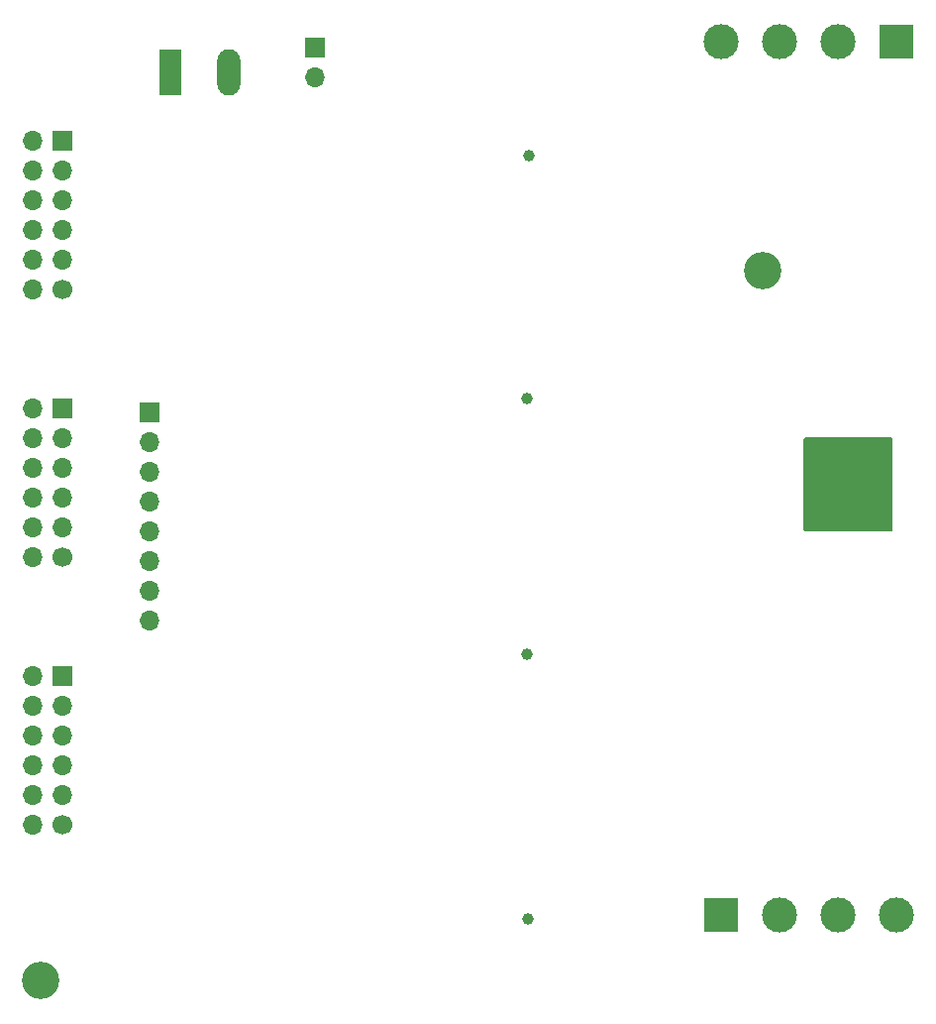
<source format=gbr>
%TF.GenerationSoftware,KiCad,Pcbnew,9.0.2*%
%TF.CreationDate,2025-07-22T21:11:50+02:00*%
%TF.ProjectId,rgbw_pmod,72676277-5f70-46d6-9f64-2e6b69636164,rev?*%
%TF.SameCoordinates,Original*%
%TF.FileFunction,Soldermask,Bot*%
%TF.FilePolarity,Negative*%
%FSLAX46Y46*%
G04 Gerber Fmt 4.6, Leading zero omitted, Abs format (unit mm)*
G04 Created by KiCad (PCBNEW 9.0.2) date 2025-07-22 21:11:50*
%MOMM*%
%LPD*%
G01*
G04 APERTURE LIST*
%ADD10C,3.200000*%
%ADD11R,3.000000X3.000000*%
%ADD12C,3.000000*%
%ADD13R,1.700000X1.700000*%
%ADD14O,1.700000X1.700000*%
%ADD15C,1.700000*%
%ADD16R,1.980000X3.960000*%
%ADD17O,1.980000X3.960000*%
%ADD18C,1.000000*%
G04 APERTURE END LIST*
D10*
%TO.C,H1*%
X68200000Y-121100000D03*
%TD*%
D11*
%TO.C,J8*%
X141300000Y-40900000D03*
D12*
X136300000Y-40900000D03*
X131300000Y-40900000D03*
X126300000Y-40900000D03*
%TD*%
D13*
%TO.C,J3*%
X70000000Y-72220000D03*
D14*
X70000000Y-74760000D03*
X70000000Y-77300000D03*
X70000000Y-79840000D03*
X70000000Y-82380000D03*
D15*
X70000000Y-84920000D03*
D14*
X67460000Y-72220000D03*
X67460000Y-74760000D03*
X67460000Y-77300000D03*
X67460000Y-79840000D03*
X67460000Y-82380000D03*
X67460000Y-84920000D03*
%TD*%
D10*
%TO.C,H2*%
X129900000Y-60400000D03*
%TD*%
D13*
%TO.C,J2*%
X70000000Y-95080000D03*
D14*
X70000000Y-97620000D03*
X70000000Y-100160000D03*
X70000000Y-102700000D03*
X70000000Y-105240000D03*
D15*
X70000000Y-107780000D03*
D14*
X67460000Y-95080000D03*
X67460000Y-97620000D03*
X67460000Y-100160000D03*
X67460000Y-102700000D03*
X67460000Y-105240000D03*
X67460000Y-107780000D03*
%TD*%
D11*
%TO.C,J7*%
X126300000Y-115500000D03*
D12*
X131300000Y-115500000D03*
X136300000Y-115500000D03*
X141300000Y-115500000D03*
%TD*%
D13*
%TO.C,J1*%
X70000000Y-49360000D03*
D14*
X70000000Y-51900000D03*
X70000000Y-54440000D03*
X70000000Y-56980000D03*
X70000000Y-59520000D03*
D15*
X70000000Y-62060000D03*
D14*
X67460000Y-49360000D03*
X67460000Y-51900000D03*
X67460000Y-54440000D03*
X67460000Y-56980000D03*
X67460000Y-59520000D03*
X67460000Y-62060000D03*
%TD*%
D13*
%TO.C,J4*%
X77500000Y-72525000D03*
D14*
X77500000Y-75065000D03*
X77500000Y-77605000D03*
X77500000Y-80145000D03*
X77500000Y-82685000D03*
X77500000Y-85225000D03*
X77500000Y-87765000D03*
X77500000Y-90305000D03*
%TD*%
D13*
%TO.C,J6*%
X91600000Y-41425000D03*
D14*
X91600000Y-43965000D03*
%TD*%
D16*
%TO.C,J5*%
X79235000Y-43500000D03*
D17*
X84235000Y-43500000D03*
%TD*%
D18*
%TO.C,TP4*%
X109900000Y-50600000D03*
%TD*%
%TO.C,TP16*%
X109800000Y-115800000D03*
%TD*%
%TO.C,TP12*%
X109700000Y-93200000D03*
%TD*%
%TO.C,TP8*%
X109700000Y-71400000D03*
%TD*%
G36*
X140943039Y-74719685D02*
G01*
X140988794Y-74772489D01*
X141000000Y-74824000D01*
X141000000Y-82576000D01*
X140980315Y-82643039D01*
X140927511Y-82688794D01*
X140876000Y-82700000D01*
X133524000Y-82700000D01*
X133456961Y-82680315D01*
X133411206Y-82627511D01*
X133400000Y-82576000D01*
X133400000Y-74824000D01*
X133419685Y-74756961D01*
X133472489Y-74711206D01*
X133524000Y-74700000D01*
X140876000Y-74700000D01*
X140943039Y-74719685D01*
G37*
M02*

</source>
